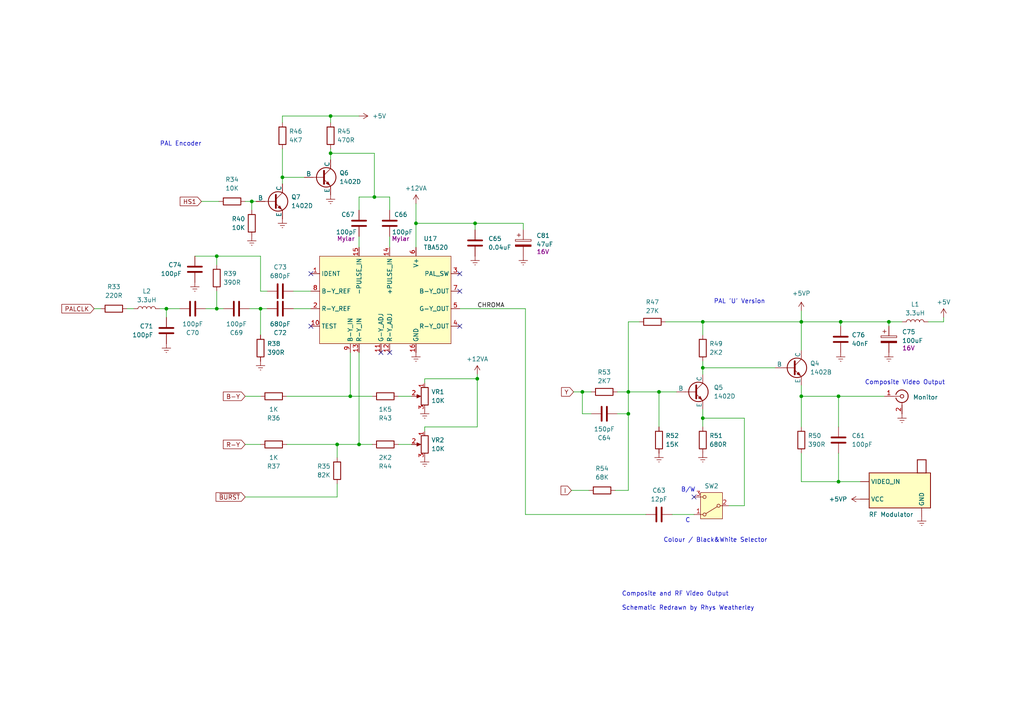
<source format=kicad_sch>
(kicad_sch (version 20230121) (generator eeschema)
  (paper "A4")
  (title_block (title "VZ300 Computer") (date "1985") (rev "1"))
  (lib_symbols
    (symbol "Connector:Conn_Coaxial" (pin_names (offset 1.016) hide)
      (property "Reference" "J" (at 0.254 3.048 0))
      (property "Value" "Conn_Coaxial" (at 2.921 0 90))
      (symbol "Conn_Coaxial_0_1"
        (arc (start -1.778 -0.508) (mid 0.2311 -1.8066) (end 1.778 0) (stroke (width 0.254)))
        (polyline (pts (xy -2.54 0) (xy -0.508 0)))
        (polyline (pts (xy 0 -2.54) (xy 0 -1.778)))
        (circle (center 0 0) (radius 0.508) (stroke (width 0.2032)))
        (arc (start 1.778 0) (mid 0.2099 1.8101) (end -1.778 0.508) (stroke (width 0.254)))
      )
      (symbol "Conn_Coaxial_1_1"
        (pin passive line (at -5.08 0 0) (length 2.54) (name "In") (number "1"))
        (pin passive line (at 0 -5.08 90) (length 2.54) (name "Ext") (number "2"))
      )
    )
    (symbol "Device:C" (pin_numbers hide) (pin_names (offset 0.254))
      (property "Reference" "C" (at 0.635 2.54 0))
      (property "Value" "C" (at 0.635 -2.54 0))
      (symbol "C_0_1"
        (polyline (pts (xy -2.032 -0.762) (xy 2.032 -0.762)) (stroke (width 0.508)))
        (polyline (pts (xy -2.032 0.762) (xy 2.032 0.762)) (stroke (width 0.508)))
      )
      (symbol "C_1_1"
        (pin passive line (at 0 3.81 270) (length 2.794) (name "~") (number "1"))
        (pin passive line (at 0 -3.81 90) (length 2.794) (name "~") (number "2"))
      )
    )
    (symbol "Device:C_Polarized" (pin_numbers hide) (pin_names (offset 0.254))
      (property "Reference" "C" (at 0.635 2.54 0))
      (property "Value" "C_Polarized" (at 0.635 -2.54 0))
      (symbol "C_Polarized_0_1"
        (rectangle (start -2.286 0.508) (end 2.286 1.016))
        (polyline (pts (xy -1.778 2.286) (xy -0.762 2.286)))
        (polyline (pts (xy -1.27 2.794) (xy -1.27 1.778)))
        (rectangle (start 2.286 -0.508) (end -2.286 -1.016) (fill (type outline)))
      )
      (symbol "C_Polarized_1_1"
        (pin passive line (at 0 3.81 270) (length 2.794) (name "~") (number "1"))
        (pin passive line (at 0 -3.81 90) (length 2.794) (name "~") (number "2"))
      )
    )
    (symbol "Device:L" (pin_numbers hide) (pin_names (offset 1.016) hide)
      (property "Reference" "L" (at -1.27 0 90))
      (property "Value" "L" (at 1.905 0 90))
      (symbol "L_0_1"
        (arc (start 0 -2.54) (mid 0.6323 -1.905) (end 0 -1.27))
        (arc (start 0 -1.27) (mid 0.6323 -0.635) (end 0 0))
        (arc (start 0 0) (mid 0.6323 0.635) (end 0 1.27))
        (arc (start 0 1.27) (mid 0.6323 1.905) (end 0 2.54))
      )
      (symbol "L_1_1"
        (pin passive line (at 0 3.81 270) (length 1.27) (name "1") (number "1"))
        (pin passive line (at 0 -3.81 90) (length 1.27) (name "2") (number "2"))
      )
    )
    (symbol "Device:R" (pin_numbers hide) (pin_names (offset 0))
      (property "Reference" "R" (at 2.032 0 90))
      (property "Value" "R" (at 0 0 90))
      (symbol "R_0_1"
        (rectangle (start -1.016 -2.54) (end 1.016 2.54) (stroke (width 0.254)))
      )
      (symbol "R_1_1"
        (pin passive line (at 0 3.81 270) (length 1.27) (name "~") (number "1"))
        (pin passive line (at 0 -3.81 90) (length 1.27) (name "~") (number "2"))
      )
    )
    (symbol "Device:R_Potentiometer" (pin_names (offset 1.016) hide)
      (property "Reference" "RV" (at -4.445 0 90))
      (property "Value" "R_Potentiometer" (at -2.54 0 90))
      (symbol "R_Potentiometer_0_1"
        (polyline (pts (xy 2.54 0) (xy 1.524 0)))
        (polyline (pts (xy 1.143 0) (xy 2.286 0.508) (xy 2.286 -0.508) (xy 1.143 0)) (fill (type outline)))
        (rectangle (start 1.016 2.54) (end -1.016 -2.54) (stroke (width 0.254)))
      )
      (symbol "R_Potentiometer_1_1"
        (pin passive line (at 0 3.81 270) (length 1.27) (name "1") (number "1"))
        (pin passive line (at 3.81 0 180) (length 1.27) (name "2") (number "2"))
        (pin passive line (at 0 -3.81 90) (length 1.27) (name "3") (number "3"))
      )
    )
    (symbol "PAL_Encoder_TBA520:TBA520"
      (property "Reference" "U" (at 12.7 2.54 0))
      (property "Value" "TBA520" (at 15.24 0 0))
      (symbol "TBA520_1_1"
        (rectangle (start -19.05 -2.54) (end 19.05 -27.94) (fill (type background)))
        (pin input line (at -21.59 -7.62 0) (length 2.54) (name "IDENT") (number "1"))
        (pin input line (at -21.59 -22.86 0) (length 2.54) (name "TEST") (number "10"))
        (pin input line (at -1.27 -30.48 90) (length 2.54) (name "G-Y_ADJ") (number "11"))
        (pin input line (at 1.27 -30.48 90) (length 2.54) (name "R-Y_ADJ") (number "12"))
        (pin input line (at -7.62 -30.48 90) (length 2.54) (name "R-Y_IN") (number "13"))
        (pin input line (at 1.27 0 270) (length 2.54) (name "+PULSE_IN") (number "14"))
        (pin input line (at -7.62 0 270) (length 2.54) (name "-PULSE_IN") (number "15"))
        (pin power_in line (at 8.89 -30.48 90) (length 2.54) (name "GND") (number "16"))
        (pin input line (at -21.59 -17.78 0) (length 2.54) (name "R-Y_REF") (number "2"))
        (pin output line (at 21.59 -7.62 180) (length 2.54) (name "PAL_SW") (number "3"))
        (pin output line (at 21.59 -22.86 180) (length 2.54) (name "R-Y_OUT") (number "4"))
        (pin output line (at 21.59 -17.78 180) (length 2.54) (name "G-Y_OUT") (number "5"))
        (pin power_in line (at 8.89 0 270) (length 2.54) (name "V+") (number "6"))
        (pin output line (at 21.59 -12.7 180) (length 2.54) (name "B-Y_OUT") (number "7"))
        (pin input line (at -21.59 -12.7 0) (length 2.54) (name "B-Y_REF") (number "8"))
        (pin input line (at -10.16 -30.48 90) (length 2.54) (name "B-Y_IN") (number "9"))
      )
    )
    (symbol "Simulation_SPICE:NPN" (pin_numbers hide) (pin_names (offset 0))
      (property "Reference" "Q" (at -2.54 7.62 0))
      (property "Value" "NPN" (at -2.54 5.08 0))
      (symbol "NPN_0_1"
        (polyline (pts (xy -2.54 0) (xy 0.635 0)) (stroke (width 0.1524)))
        (polyline (pts (xy 0.635 0.635) (xy 2.54 2.54)))
        (polyline (pts (xy 2.794 -1.27) (xy 2.794 -1.27)) (stroke (width 0.1524)))
        (polyline (pts (xy 2.794 -1.27) (xy 2.794 -1.27)) (stroke (width 0.1524)))
        (polyline (pts (xy 0.635 -0.635) (xy 2.54 -2.54) (xy 2.54 -2.54)))
        (polyline (pts (xy 0.635 1.905) (xy 0.635 -1.905) (xy 0.635 -1.905)) (stroke (width 0.508)))
        (polyline (pts (xy 1.27 -1.778) (xy 1.778 -1.27) (xy 2.286 -2.286) (xy 1.27 -1.778) (xy 1.27 -1.778)) (fill (type outline)))
        (circle (center 1.27 0) (radius 2.8194) (stroke (width 0.254)))
      )
      (symbol "NPN_1_1"
        (pin open_collector line (at 2.54 5.08 270) (length 2.54) (name "C") (number "1"))
        (pin input line (at -5.08 0 0) (length 2.54) (name "B") (number "2"))
        (pin open_emitter line (at 2.54 -5.08 90) (length 2.54) (name "E") (number "3"))
      )
    )
    (symbol "Switch:SW_SPDT" (pin_names (offset 0) hide)
      (property "Reference" "SW" (at 0 5.08 0))
      (property "Value" "SW_SPDT" (at 0 -5.08 0))
      (symbol "SW_SPDT_0_1"
        (circle (center -2.032 0) (radius 0.4572))
        (polyline (pts (xy -1.651 0.254) (xy 1.651 2.286)))
        (circle (center 2.032 -2.54) (radius 0.4572))
        (circle (center 2.032 2.54) (radius 0.4572))
      )
      (symbol "SW_SPDT_1_1"
        (rectangle (start -3.175 3.81) (end 3.175 -3.81) (fill (type background)))
        (pin passive line (at 5.08 2.54 180) (length 2.54) (name "A") (number "1"))
        (pin passive line (at -5.08 0 0) (length 2.54) (name "B") (number "2"))
        (pin passive line (at 5.08 -2.54 180) (length 2.54) (name "C") (number "3"))
      )
    )
    (symbol "VTech:RF_Modulator"
      (property "Reference" "U" (at 0 0 0))
      (symbol "RF_Modulator_1_1"
        (rectangle (start -8.89 -1.27) (end 8.89 -11.43) (stroke (width 0.25)) (fill (type background)))
        (rectangle (start 5.08 2.54) (end 7.62 -1.27) (stroke (width 0.25)))
        (pin input line (at 6.35 -13.97 90) (length 2.54) (name "GND") (number ""))
        (pin input line (at -11.43 -8.89 0) (length 2.54) (name "VCC") (number ""))
        (pin input line (at -11.43 -3.81 0) (length 2.54) (name "VIDEO_IN") (number ""))
      )
    )
    (symbol "power:+12VA" (power) (pin_names (offset 0))
      (property "Value" "+12VA" (at 0 3.556 0))
      (symbol "+12VA_0_1"
        (polyline (pts (xy -0.762 1.27) (xy 0 2.54)))
        (polyline (pts (xy 0 0) (xy 0 2.54)))
        (polyline (pts (xy 0 2.54) (xy 0.762 1.27)))
      )
      (symbol "+12VA_1_1"
        (pin power_in line (at 0 0 90) (length 0) hide (name "+12VA") (number "1"))
      )
    )
    (symbol "power:+5V" (power) (pin_names (offset 0))
      (property "Value" "+5V" (at 0 3.556 0))
      (symbol "+5V_0_1"
        (polyline (pts (xy -0.762 1.27) (xy 0 2.54)))
        (polyline (pts (xy 0 0) (xy 0 2.54)))
        (polyline (pts (xy 0 2.54) (xy 0.762 1.27)))
      )
      (symbol "+5V_1_1"
        (pin power_in line (at 0 0 90) (length 0) hide (name "+5V") (number "1"))
      )
    )
    (symbol "power:+5VP" (power) (pin_names (offset 0))
      (property "Value" "+5VP" (at 0 3.556 0))
      (symbol "+5VP_0_1"
        (polyline (pts (xy -0.762 1.27) (xy 0 2.54)))
        (polyline (pts (xy 0 0) (xy 0 2.54)))
        (polyline (pts (xy 0 2.54) (xy 0.762 1.27)))
      )
      (symbol "+5VP_1_1"
        (pin power_in line (at 0 0 90) (length 0) hide (name "+5VP") (number "1"))
      )
    )
    (symbol "power:Earth" (power) (pin_names (offset 0))
      (symbol "Earth_0_1"
        (polyline (pts (xy -0.635 -1.905) (xy 0.635 -1.905)))
        (polyline (pts (xy -0.127 -2.54) (xy 0.127 -2.54)))
        (polyline (pts (xy 0 -1.27) (xy 0 0)))
        (polyline (pts (xy 1.27 -1.27) (xy -1.27 -1.27)))
      )
      (symbol "Earth_1_1"
        (pin power_in line (at 0 0 270) (length 0) hide (name "Earth") (number "1"))
      )
    )
  )
  (junction (at 120.65 64.77))
  (junction (at 191.135 113.665))
  (junction (at 73.025 58.42))
  (junction (at 101.6 114.935))
  (junction (at 62.865 89.535))
  (junction (at 81.915 51.435))
  (junction (at 243.205 114.935))
  (junction (at 138.43 109.855))
  (junction (at 182.245 113.665))
  (junction (at 168.91 113.665))
  (junction (at 203.835 93.345))
  (junction (at 203.835 121.285))
  (junction (at 95.885 33.655))
  (junction (at 62.865 74.295))
  (junction (at 75.565 89.535))
  (junction (at 137.795 64.77))
  (junction (at 182.245 120.015))
  (junction (at 95.885 44.45))
  (junction (at 257.81 93.345))
  (junction (at 48.26 89.535))
  (junction (at 243.205 139.7))
  (junction (at 232.41 93.345))
  (junction (at 97.79 128.905))
  (junction (at 108.585 57.15))
  (junction (at 203.835 106.68))
  (junction (at 243.84 93.345))
  (junction (at 104.14 128.905))
  (junction (at 232.41 114.935))
  (no_connect (at 133.35 94.615))
  (no_connect (at 113.03 102.235))
  (no_connect (at 90.17 94.615))
  (no_connect (at 110.49 102.235))
  (no_connect (at 90.17 79.375))
  (no_connect (at 133.35 84.455))
  (no_connect (at 133.35 79.375))
  (no_connect (at 201.295 144.145))
  (wire (pts (xy 104.14 57.15) (xy 104.14 60.96)))
  (wire (pts (xy 243.205 131.445) (xy 243.205 139.7)))
  (wire (pts (xy 95.885 44.45) (xy 95.885 46.355)))
  (wire (pts (xy 85.09 84.455) (xy 90.17 84.455)))
  (wire (pts (xy 101.6 114.935) (xy 107.95 114.935)))
  (wire (pts (xy 62.865 74.295) (xy 62.865 76.835)))
  (wire (pts (xy 97.79 128.905) (xy 104.14 128.905)))
  (wire (pts (xy 83.185 128.905) (xy 97.79 128.905)))
  (wire (pts (xy 168.91 113.665) (xy 171.45 113.665)))
  (wire (pts (xy 137.795 66.675) (xy 137.795 64.77)))
  (wire (pts (xy 182.245 113.665) (xy 191.135 113.665)))
  (wire (pts (xy 182.245 120.015) (xy 182.245 113.665)))
  (wire (pts (xy 232.41 101.6) (xy 232.41 93.345)))
  (wire (pts (xy 77.47 84.455) (xy 75.565 84.455)))
  (wire (pts (xy 133.35 89.535) (xy 152.4 89.535)))
  (wire (pts (xy 62.865 89.535) (xy 64.77 89.535)))
  (wire (pts (xy 104.14 68.58) (xy 104.14 71.755)))
  (wire (pts (xy 83.185 114.935) (xy 101.6 114.935)))
  (wire (pts (xy 113.03 68.58) (xy 113.03 71.755)))
  (wire (pts (xy 123.19 123.825) (xy 123.19 125.095)))
  (wire (pts (xy 179.07 113.665) (xy 182.245 113.665)))
  (wire (pts (xy 179.07 120.015) (xy 182.245 120.015)))
  (wire (pts (xy 59.69 89.535) (xy 62.865 89.535)))
  (wire (pts (xy 211.455 146.685) (xy 215.9 146.685)))
  (wire (pts (xy 113.03 57.15) (xy 108.585 57.15)))
  (wire (pts (xy 115.57 114.935) (xy 119.38 114.935)))
  (wire (pts (xy 203.835 121.285) (xy 215.9 121.285)))
  (wire (pts (xy 171.45 120.015) (xy 168.91 120.015)))
  (wire (pts (xy 123.19 111.125) (xy 123.19 109.855)))
  (wire (pts (xy 52.07 89.535) (xy 48.26 89.535)))
  (wire (pts (xy 36.83 89.535) (xy 38.735 89.535)))
  (wire (pts (xy 95.885 33.655) (xy 95.885 35.56)))
  (wire (pts (xy 75.565 74.295) (xy 62.865 74.295)))
  (wire (pts (xy 75.565 89.535) (xy 75.565 97.155)))
  (wire (pts (xy 243.205 123.825) (xy 243.205 114.935)))
  (wire (pts (xy 75.565 89.535) (xy 77.47 89.535)))
  (wire (pts (xy 81.915 51.435) (xy 81.915 53.34)))
  (wire (pts (xy 243.84 93.345) (xy 257.81 93.345)))
  (wire (pts (xy 243.84 93.345) (xy 243.84 94.615)))
  (wire (pts (xy 165.735 142.24) (xy 170.815 142.24)))
  (wire (pts (xy 138.43 108.585) (xy 138.43 109.855)))
  (wire (pts (xy 85.09 89.535) (xy 90.17 89.535)))
  (wire (pts (xy 71.12 114.935) (xy 75.565 114.935)))
  (wire (pts (xy 62.865 84.455) (xy 62.865 89.535)))
  (wire (pts (xy 104.14 102.235) (xy 104.14 128.905)))
  (wire (pts (xy 191.135 113.665) (xy 196.215 113.665)))
  (wire (pts (xy 232.41 111.76) (xy 232.41 114.935)))
  (wire (pts (xy 194.945 149.225) (xy 201.295 149.225)))
  (wire (pts (xy 73.025 58.42) (xy 73.025 60.96)))
  (wire (pts (xy 138.43 123.825) (xy 123.19 123.825)))
  (wire (pts (xy 185.42 93.345) (xy 182.245 93.345)))
  (wire (pts (xy 257.81 93.345) (xy 257.81 94.615)))
  (wire (pts (xy 81.915 51.435) (xy 88.265 51.435)))
  (wire (pts (xy 95.885 43.18) (xy 95.885 44.45)))
  (wire (pts (xy 120.65 64.77) (xy 120.65 71.755)))
  (wire (pts (xy 97.79 128.905) (xy 97.79 132.715)))
  (wire (pts (xy 138.43 109.855) (xy 138.43 123.825)))
  (wire (pts (xy 73.025 58.42) (xy 74.295 58.42)))
  (wire (pts (xy 120.65 59.055) (xy 120.65 64.77)))
  (wire (pts (xy 243.205 139.7) (xy 249.555 139.7)))
  (wire (pts (xy 232.41 93.345) (xy 203.835 93.345)))
  (wire (pts (xy 113.03 60.96) (xy 113.03 57.15)))
  (wire (pts (xy 182.245 93.345) (xy 182.245 113.665)))
  (wire (pts (xy 71.12 58.42) (xy 73.025 58.42)))
  (wire (pts (xy 46.355 89.535) (xy 48.26 89.535)))
  (wire (pts (xy 152.4 149.225) (xy 187.325 149.225)))
  (wire (pts (xy 97.79 144.145) (xy 97.79 140.335)))
  (wire (pts (xy 115.57 128.905) (xy 119.38 128.905)))
  (wire (pts (xy 108.585 57.15) (xy 108.585 44.45)))
  (wire (pts (xy 203.835 97.155) (xy 203.835 93.345)))
  (wire (pts (xy 81.915 43.18) (xy 81.915 51.435)))
  (wire (pts (xy 203.835 106.68) (xy 203.835 108.585)))
  (wire (pts (xy 75.565 84.455) (xy 75.565 74.295)))
  (wire (pts (xy 269.24 93.345) (xy 273.685 93.345)))
  (wire (pts (xy 203.835 104.775) (xy 203.835 106.68)))
  (wire (pts (xy 101.6 102.235) (xy 101.6 114.935)))
  (wire (pts (xy 71.12 144.145) (xy 97.79 144.145)))
  (wire (pts (xy 137.795 64.77) (xy 120.65 64.77)))
  (wire (pts (xy 58.42 58.42) (xy 63.5 58.42)))
  (wire (pts (xy 108.585 44.45) (xy 95.885 44.45)))
  (wire (pts (xy 232.41 90.17) (xy 232.41 93.345)))
  (wire (pts (xy 151.765 66.675) (xy 151.765 64.77)))
  (wire (pts (xy 152.4 149.225) (xy 152.4 89.535)))
  (wire (pts (xy 151.765 64.77) (xy 137.795 64.77)))
  (wire (pts (xy 182.245 120.015) (xy 182.245 142.24)))
  (wire (pts (xy 95.885 33.655) (xy 104.14 33.655)))
  (wire (pts (xy 71.12 128.905) (xy 75.565 128.905)))
  (wire (pts (xy 178.435 142.24) (xy 182.245 142.24)))
  (wire (pts (xy 191.135 113.665) (xy 191.135 123.825)))
  (wire (pts (xy 81.915 33.655) (xy 95.885 33.655)))
  (wire (pts (xy 27.305 89.535) (xy 29.21 89.535)))
  (wire (pts (xy 243.205 114.935) (xy 256.54 114.935)))
  (wire (pts (xy 257.81 93.345) (xy 261.62 93.345)))
  (wire (pts (xy 232.41 139.7) (xy 232.41 131.445)))
  (wire (pts (xy 232.41 114.935) (xy 243.205 114.935)))
  (wire (pts (xy 232.41 114.935) (xy 232.41 123.825)))
  (wire (pts (xy 108.585 57.15) (xy 104.14 57.15)))
  (wire (pts (xy 203.835 118.745) (xy 203.835 121.285)))
  (wire (pts (xy 193.04 93.345) (xy 203.835 93.345)))
  (wire (pts (xy 56.515 74.295) (xy 62.865 74.295)))
  (wire (pts (xy 81.915 35.56) (xy 81.915 33.655)))
  (wire (pts (xy 203.835 106.68) (xy 224.79 106.68)))
  (wire (pts (xy 123.19 109.855) (xy 138.43 109.855)))
  (wire (pts (xy 273.685 93.345) (xy 273.685 92.075)))
  (wire (pts (xy 168.91 120.015) (xy 168.91 113.665)))
  (wire (pts (xy 48.26 89.535) (xy 48.26 92.075)))
  (wire (pts (xy 72.39 89.535) (xy 75.565 89.535)))
  (wire (pts (xy 203.835 121.285) (xy 203.835 123.825)))
  (wire (pts (xy 243.205 139.7) (xy 232.41 139.7)))
  (wire (pts (xy 104.14 128.905) (xy 107.95 128.905)))
  (wire (pts (xy 215.9 121.285) (xy 215.9 146.685)))
  (wire (pts (xy 166.37 113.665) (xy 168.91 113.665)))
  (wire (pts (xy 232.41 93.345) (xy 243.84 93.345)))
  (text "PAL Encoder" (at 46.355 42.545 0) (effects (font (size 1.27 1.27)) (justify left bottom)))
  (text "Colour / Black&White Selector" (at 192.405 157.48 0) (effects (font (size 1.27 1.27)) (justify left bottom)))
  (text "PAL 'U' Version" (at 207.01 88.265 0) (effects (font (size 1.27 1.27)) (justify left bottom)))
  (text "C" (at 198.755 151.765 0) (effects (font (size 1.27 1.27)) (justify left bottom)))
  (text "B/W" (at 197.485 142.875 0) (effects (font (size 1.27 1.27)) (justify left bottom)))
  (text "Composite and RF Video Output\n\nSchematic Redrawn by Rhys Weatherley" (at 180.34 177.165 0) (effects (font (size 1.27 1.27)) (justify left bottom)))
  (text "Composite Video Output" (at 250.825 111.76 0) (effects (font (size 1.27 1.27)) (justify left bottom)))
  (label "CHROMA" (at 138.43 89.535 0))
  (global_label "HS1" (shape input) (at 58.42 58.42 180) (property "Intersheetrefs" "${INTERSHEET_REFS}" (effects hide)))
  (global_label "I" (shape input) (at 165.735 142.24 180) (property "Intersheetrefs" "${INTERSHEET_REFS}" (effects hide)))
  (global_label "B-Y" (shape input) (at 71.12 114.935 180) (property "Intersheetrefs" "${INTERSHEET_REFS}" (effects hide)))
  (global_label "~{BURST}" (shape input) (at 71.12 144.145 180) (property "Intersheetrefs" "${INTERSHEET_REFS}" (effects hide)))
  (global_label "R-Y" (shape input) (at 71.12 128.905 180) (property "Intersheetrefs" "${INTERSHEET_REFS}" (effects hide)))
  (global_label "PALCLK" (shape input) (at 27.305 89.535 180) (property "Intersheetrefs" "${INTERSHEET_REFS}" (effects hide)))
  (global_label "Y" (shape input) (at 166.37 113.665 180) (property "Intersheetrefs" "${INTERSHEET_REFS}" (effects hide)))
  (symbol (lib_id "Device:R") (at 79.375 128.905 90) (mirror x) (unit 1)
    (property "Reference" "R37" (at 79.375 135.255 90))
    (property "Value" "1K" (at 79.375 132.715 90))
    (property "Footprint" "Resistor_THT:R_Axial_DIN0207_L6.3mm_D2.5mm_P7.62mm_Horizontal" (effects hide))
  )
  (symbol (lib_id "Device:C") (at 48.26 95.885 0) (mirror y) (unit 1)
    (property "Reference" "C71" (at 44.45 94.615 0) (effects (justify left)))
    (property "Value" "100pF" (at 44.45 97.155 0) (effects (justify left)))
  )
  (symbol (lib_id "power:+5V") (at 273.685 92.075 0) (unit 1)
    (property "Reference" "#PWR091" (effects hide))
    (property "Value" "+5V" (at 273.685 87.63 0))
  )
  (symbol (lib_id "Device:C_Polarized") (at 257.81 98.425 0) (unit 1)
    (property "Reference" "C75" (at 261.62 96.266 0) (effects (justify left)))
    (property "Value" "100uF" (at 261.62 98.806 0) (effects (justify left)))
    (property "Rating" "16V" (at 263.525 100.965 0))
  )
  (symbol (lib_id "Device:R") (at 203.835 100.965 0) (unit 1)
    (property "Reference" "R49" (at 205.74 99.695 0) (effects (justify left)))
    (property "Value" "2K2" (at 205.74 102.235 0) (effects (justify left)))
    (property "Footprint" "Resistor_THT:R_Axial_DIN0207_L6.3mm_D2.5mm_P7.62mm_Horizontal" (effects hide))
  )
  (symbol (lib_id "Device:R") (at 97.79 136.525 0) (mirror y) (unit 1)
    (property "Reference" "R35" (at 95.885 135.255 0) (effects (justify left)))
    (property "Value" "82K" (at 95.885 137.795 0) (effects (justify left)))
    (property "Footprint" "Resistor_THT:R_Axial_DIN0207_L6.3mm_D2.5mm_P7.62mm_Horizontal" (effects hide))
  )
  (symbol (lib_id "power:+12VA") (at 120.65 59.055 0) (unit 1)
    (property "Reference" "#PWR079" (effects hide))
    (property "Value" "+12VA" (at 120.65 54.61 0))
  )
  (symbol (lib_id "power:+5VP") (at 232.41 90.17 0) (unit 1)
    (property "Reference" "#PWR090" (effects hide))
    (property "Value" "+5VP" (at 232.41 85.09 0))
  )
  (symbol (lib_id "power:Earth") (at 75.565 104.775 0) (mirror y) (unit 1)
    (property "Reference" "#PWR075" (effects hide))
    (property "Value" "Earth" (effects hide))
  )
  (symbol (lib_id "Device:C") (at 104.14 64.77 0) (mirror y) (unit 1)
    (property "Reference" "C67" (at 102.87 62.23 0) (effects (justify left)))
    (property "Value" "100pF" (at 103.505 67.31 0) (effects (justify left)))
    (property "Type" "Mylar" (at 100.33 69.215 0))
  )
  (symbol (lib_id "Device:R") (at 191.135 127.635 0) (unit 1)
    (property "Reference" "R52" (at 193.04 126.365 0) (effects (justify left)))
    (property "Value" "15K" (at 193.04 128.905 0) (effects (justify left)))
    (property "Footprint" "Resistor_THT:R_Axial_DIN0207_L6.3mm_D2.5mm_P7.62mm_Horizontal" (effects hide))
  )
  (symbol (lib_id "power:Earth") (at 56.515 81.915 0) (mirror y) (unit 1)
    (property "Reference" "#PWR073" (effects hide))
    (property "Value" "Earth" (effects hide))
  )
  (symbol (lib_id "Device:R") (at 75.565 100.965 0) (unit 1)
    (property "Reference" "R38" (at 77.47 99.695 0) (effects (justify left)))
    (property "Value" "390R" (at 77.47 102.235 0) (effects (justify left)))
    (property "Footprint" "Resistor_THT:R_Axial_DIN0207_L6.3mm_D2.5mm_P7.62mm_Horizontal" (effects hide))
  )
  (symbol (lib_id "Device:R") (at 79.375 114.935 90) (mirror x) (unit 1)
    (property "Reference" "R36" (at 79.375 121.285 90))
    (property "Value" "1K" (at 79.375 118.745 90))
    (property "Footprint" "Resistor_THT:R_Axial_DIN0207_L6.3mm_D2.5mm_P7.62mm_Horizontal" (effects hide))
  )
  (symbol (lib_id "Device:L") (at 42.545 89.535 90) (unit 1)
    (property "Reference" "L2" (at 42.545 84.455 90))
    (property "Value" "3.3uH" (at 42.545 86.995 90))
  )
  (symbol (lib_id "Device:C") (at 243.84 98.425 0) (unit 1)
    (property "Reference" "C76" (at 247.015 97.155 0) (effects (justify left)))
    (property "Value" "40nF" (at 247.015 99.695 0) (effects (justify left)))
  )
  (symbol (lib_id "VTech:RF_Modulator") (at 260.985 135.89 0) (unit 1)
    (property "Reference" "U900" (effects hide))
    (property "Value" "RF Modulator" (at 258.445 149.225 0))
  )
  (symbol (lib_id "Simulation_SPICE:NPN") (at 201.295 113.665 0) (unit 1)
    (property "Reference" "Q5" (at 207.01 112.395 0) (effects (justify left)))
    (property "Value" "1402D" (at 207.01 114.935 0) (effects (justify left)))
    (property "Footprint" "Package_TO_SOT_THT:TO-92_Inline_Wide" (effects hide))
    (property "Sim.Device" "NPN" (effects hide))
    (property "Sim.Type" "GUMMELPOON" (effects hide))
    (property "Sim.Pins" "1=C 2=B 3=E" (effects hide))
  )
  (symbol (lib_id "Device:C_Polarized") (at 151.765 70.485 0) (unit 1)
    (property "Reference" "C81" (at 155.575 68.326 0) (effects (justify left)))
    (property "Value" "47uF" (at 155.575 70.866 0) (effects (justify left)))
    (property "Rating" "16V" (at 157.48 73.025 0))
  )
  (symbol (lib_id "Device:R") (at 111.76 114.935 90) (mirror x) (unit 1)
    (property "Reference" "R43" (at 111.76 121.285 90))
    (property "Value" "1K5" (at 111.76 118.745 90))
    (property "Footprint" "Resistor_THT:R_Axial_DIN0207_L6.3mm_D2.5mm_P7.62mm_Horizontal" (effects hide))
  )
  (symbol (lib_id "power:Earth") (at 257.81 102.235 0) (unit 1)
    (property "Reference" "#PWR088" (effects hide))
    (property "Value" "Earth" (effects hide))
  )
  (symbol (lib_id "power:Earth") (at 151.765 74.295 0) (unit 1)
    (property "Reference" "#PWR085" (effects hide))
    (property "Value" "Earth" (effects hide))
  )
  (symbol (lib_id "power:Earth") (at 123.19 118.745 0) (unit 1)
    (property "Reference" "#PWR081" (effects hide))
    (property "Value" "Earth" (effects hide))
  )
  (symbol (lib_id "Device:C") (at 81.28 84.455 90) (unit 1)
    (property "Reference" "C73" (at 81.28 77.47 90))
    (property "Value" "680pF" (at 81.28 80.01 90))
  )
  (symbol (lib_id "Device:R") (at 81.915 39.37 0) (unit 1)
    (property "Reference" "R46" (at 83.82 38.1 0) (effects (justify left)))
    (property "Value" "4K7" (at 83.82 40.64 0) (effects (justify left)))
    (property "Footprint" "Resistor_THT:R_Axial_DIN0207_L6.3mm_D2.5mm_P7.62mm_Horizontal" (effects hide))
  )
  (symbol (lib_id "Device:C") (at 175.26 120.015 90) (mirror x) (unit 1)
    (property "Reference" "C64" (at 175.26 127 90))
    (property "Value" "150pF" (at 175.26 124.46 90))
  )
  (symbol (lib_id "Switch:SW_SPDT") (at 206.375 146.685 180) (unit 1)
    (property "Reference" "SW2" (at 206.375 140.97 0))
    (property "Value" "SW_SPDT" (effects hide))
    (property "Footprint" "Connector_PinHeader_2.54mm:PinHeader_1x03_P2.54mm_Vertical" (effects hide))
  )
  (symbol (lib_id "power:Earth") (at 81.915 63.5 0) (unit 1)
    (property "Reference" "#PWR076" (effects hide))
    (property "Value" "Earth" (effects hide))
  )
  (symbol (lib_id "Device:R") (at 174.625 142.24 90) (unit 1)
    (property "Reference" "R54" (at 174.625 135.89 90))
    (property "Value" "68K" (at 174.625 138.43 90))
    (property "Footprint" "Resistor_THT:R_Axial_DIN0207_L6.3mm_D2.5mm_P7.62mm_Horizontal" (effects hide))
  )
  (symbol (lib_id "Device:R") (at 189.23 93.345 90) (unit 1)
    (property "Reference" "R47" (at 189.23 87.63 90))
    (property "Value" "27K" (at 189.23 90.17 90))
    (property "Footprint" "Resistor_THT:R_Axial_DIN0207_L6.3mm_D2.5mm_P7.62mm_Horizontal" (effects hide))
  )
  (symbol (lib_id "power:Earth") (at 48.26 99.695 0) (mirror y) (unit 1)
    (property "Reference" "#PWR072" (effects hide))
    (property "Value" "Earth" (effects hide))
  )
  (symbol (lib_id "Device:R") (at 73.025 64.77 0) (mirror y) (unit 1)
    (property "Reference" "R40" (at 71.12 63.5 0) (effects (justify left)))
    (property "Value" "10K" (at 71.12 66.04 0) (effects (justify left)))
    (property "Footprint" "Resistor_THT:R_Axial_DIN0207_L6.3mm_D2.5mm_P7.62mm_Horizontal" (effects hide))
  )
  (symbol (lib_id "Device:R") (at 203.835 127.635 0) (unit 1)
    (property "Reference" "R51" (at 205.74 126.365 0) (effects (justify left)))
    (property "Value" "680R" (at 205.74 128.905 0) (effects (justify left)))
    (property "Footprint" "Resistor_THT:R_Axial_DIN0207_L6.3mm_D2.5mm_P7.62mm_Horizontal" (effects hide))
  )
  (symbol (lib_id "Device:R") (at 95.885 39.37 0) (unit 1)
    (property "Reference" "R45" (at 97.79 38.1 0) (effects (justify left)))
    (property "Value" "470R" (at 97.79 40.64 0) (effects (justify left)))
    (property "Footprint" "Resistor_THT:R_Axial_DIN0207_L6.3mm_D2.5mm_P7.62mm_Horizontal" (effects hide))
  )
  (symbol (lib_id "power:Earth") (at 73.025 68.58 0) (unit 1)
    (property "Reference" "#PWR074" (effects hide))
    (property "Value" "Earth" (effects hide))
  )
  (symbol (lib_id "Simulation_SPICE:NPN") (at 229.87 106.68 0) (unit 1)
    (property "Reference" "Q4" (at 234.95 105.41 0) (effects (justify left)))
    (property "Value" "1402B" (at 234.95 107.95 0) (effects (justify left)))
    (property "Footprint" "Package_TO_SOT_THT:TO-92_Inline_Wide" (effects hide))
    (property "Sim.Device" "NPN" (effects hide))
    (property "Sim.Type" "GUMMELPOON" (effects hide))
    (property "Sim.Pins" "1=C 2=B 3=E" (effects hide))
  )
  (symbol (lib_id "Device:R") (at 62.865 80.645 0) (unit 1)
    (property "Reference" "R39" (at 64.77 79.375 0) (effects (justify left)))
    (property "Value" "390R" (at 64.77 81.915 0) (effects (justify left)))
    (property "Footprint" "Resistor_THT:R_Axial_DIN0207_L6.3mm_D2.5mm_P7.62mm_Horizontal" (effects hide))
  )
  (symbol (lib_id "Device:R") (at 232.41 127.635 180) (unit 1)
    (property "Reference" "R50" (at 234.315 126.365 0) (effects (justify right)))
    (property "Value" "390R" (at 234.315 128.905 0) (effects (justify right)))
    (property "Footprint" "Resistor_THT:R_Axial_DIN0207_L6.3mm_D2.5mm_P7.62mm_Horizontal" (effects hide))
  )
  (symbol (lib_id "Device:L") (at 265.43 93.345 90) (unit 1)
    (property "Reference" "L1" (at 265.43 88.265 90))
    (property "Value" "3.3uH" (at 265.43 90.805 90))
  )
  (symbol (lib_id "Device:R") (at 67.31 58.42 90) (unit 1)
    (property "Reference" "R34" (at 67.31 52.07 90))
    (property "Value" "10K" (at 67.31 54.61 90))
    (property "Footprint" "Resistor_THT:R_Axial_DIN0207_L6.3mm_D2.5mm_P7.62mm_Horizontal" (effects hide))
  )
  (symbol (lib_id "power:Earth") (at 123.19 132.715 0) (unit 1)
    (property "Reference" "#PWR082" (effects hide))
    (property "Value" "Earth" (effects hide))
  )
  (symbol (lib_id "Simulation_SPICE:NPN") (at 79.375 58.42 0) (unit 1)
    (property "Reference" "Q7" (at 84.455 57.15 0) (effects (justify left)))
    (property "Value" "1402D" (at 84.455 59.69 0) (effects (justify left)))
    (property "Footprint" "Package_TO_SOT_THT:TO-92_Inline_Wide" (effects hide))
    (property "Sim.Device" "NPN" (effects hide))
    (property "Sim.Type" "GUMMELPOON" (effects hide))
    (property "Sim.Pins" "1=C 2=B 3=E" (effects hide))
  )
  (symbol (lib_id "power:Earth") (at 120.65 102.235 0) (unit 1)
    (property "Reference" "#PWR080" (effects hide))
    (property "Value" "Earth" (effects hide))
  )
  (symbol (lib_id "power:+5VP") (at 249.555 144.78 90) (unit 1)
    (property "Reference" "#PWR092" (effects hide))
    (property "Value" "+5VP" (at 245.745 144.78 90) (effects (justify left)))
  )
  (symbol (lib_id "power:Earth") (at 261.62 120.015 0) (unit 1)
    (property "Reference" "#PWR093" (effects hide))
    (property "Value" "Earth" (effects hide))
  )
  (symbol (lib_id "Device:R") (at 33.02 89.535 90) (unit 1)
    (property "Reference" "R33" (at 33.02 83.185 90))
    (property "Value" "220R" (at 33.02 85.725 90))
    (property "Footprint" "Resistor_THT:R_Axial_DIN0207_L6.3mm_D2.5mm_P7.62mm_Horizontal" (effects hide))
  )
  (symbol (lib_id "Device:C") (at 191.135 149.225 90) (unit 1)
    (property "Reference" "C63" (at 191.135 142.24 90))
    (property "Value" "12pF" (at 191.135 144.78 90))
  )
  (symbol (lib_id "power:Earth") (at 95.885 56.515 0) (unit 1)
    (property "Reference" "#PWR077" (effects hide))
    (property "Value" "Earth" (effects hide))
  )
  (symbol (lib_id "Connector:Conn_Coaxial") (at 261.62 114.935 0) (unit 1)
    (property "Reference" "J902" (effects hide))
    (property "Value" "Monitor" (at 264.795 115.2282 0) (effects (justify left)))
    (property "Datasheet" " ~" (effects hide))
  )
  (symbol (lib_id "PAL_Encoder_TBA520:TBA520") (at 111.76 71.755 0) (unit 1)
    (property "Reference" "U17" (at 122.8441 69.215 0) (effects (justify left)))
    (property "Value" "TBA520" (at 122.8441 71.755 0) (effects (justify left)))
    (property "Footprint" "Package_DIP:DIP-16_W7.62mm_Socket" (effects hide))
  )
  (symbol (lib_id "Device:R") (at 111.76 128.905 90) (mirror x) (unit 1)
    (property "Reference" "R44" (at 111.76 135.255 90))
    (property "Value" "2K2" (at 111.76 132.715 90))
    (property "Footprint" "Resistor_THT:R_Axial_DIN0207_L6.3mm_D2.5mm_P7.62mm_Horizontal" (effects hide))
  )
  (symbol (lib_id "power:Earth") (at 267.335 149.86 0) (unit 1)
    (property "Reference" "#PWR095" (effects hide))
    (property "Value" "Earth" (effects hide))
  )
  (symbol (lib_id "Device:C") (at 68.58 89.535 90) (mirror x) (unit 1)
    (property "Reference" "C69" (at 68.58 96.52 90))
    (property "Value" "100pF" (at 68.58 93.98 90))
  )
  (symbol (lib_id "Device:C") (at 137.795 70.485 0) (unit 1)
    (property "Reference" "C65" (at 141.605 69.215 0) (effects (justify left)))
    (property "Value" "0.04uF" (at 141.605 71.755 0) (effects (justify left)))
  )
  (symbol (lib_id "Device:C") (at 243.205 127.635 0) (unit 1)
    (property "Reference" "C61" (at 247.015 126.365 0) (effects (justify left)))
    (property "Value" "100pF" (at 247.015 128.905 0) (effects (justify left)))
  )
  (symbol (lib_id "power:Earth") (at 203.835 131.445 0) (unit 1)
    (property "Reference" "#PWR089" (effects hide))
    (property "Value" "Earth" (effects hide))
  )
  (symbol (lib_id "Device:C") (at 113.03 64.77 0) (unit 1)
    (property "Reference" "C66" (at 114.3 62.23 0) (effects (justify left)))
    (property "Value" "100pF" (at 113.665 67.31 0) (effects (justify left)))
    (property "Type" "Mylar" (at 116.205 69.215 0))
  )
  (symbol (lib_id "power:Earth") (at 191.135 131.445 0) (unit 1)
    (property "Reference" "#PWR087" (effects hide))
    (property "Value" "Earth" (effects hide))
  )
  (symbol (lib_id "Device:R_Potentiometer") (at 123.19 114.935 0) (mirror y) (unit 1)
    (property "Reference" "VR1" (at 125.095 113.665 0) (effects (justify right)))
    (property "Value" "10K" (at 125.095 116.205 0) (effects (justify right)))
  )
  (symbol (lib_id "power:+12VA") (at 138.43 108.585 0) (unit 1)
    (property "Reference" "#PWR084" (effects hide))
    (property "Value" "+12VA" (at 138.43 104.14 0))
  )
  (symbol (lib_id "Simulation_SPICE:NPN") (at 93.345 51.435 0) (unit 1)
    (property "Reference" "Q6" (at 98.425 50.165 0) (effects (justify left)))
    (property "Value" "1402D" (at 98.425 52.705 0) (effects (justify left)))
    (property "Footprint" "Package_TO_SOT_THT:TO-92_Inline_Wide" (effects hide))
    (property "Sim.Device" "NPN" (effects hide))
    (property "Sim.Type" "GUMMELPOON" (effects hide))
    (property "Sim.Pins" "1=C 2=B 3=E" (effects hide))
  )
  (symbol (lib_id "Device:R_Potentiometer") (at 123.19 128.905 0) (mirror y) (unit 1)
    (property "Reference" "VR2" (at 125.095 127.635 0) (effects (justify right)))
    (property "Value" "10K" (at 125.095 130.175 0) (effects (justify right)))
  )
  (symbol (lib_id "power:Earth") (at 243.84 102.235 0) (unit 1)
    (property "Reference" "#PWR094" (effects hide))
    (property "Value" "Earth" (effects hide))
  )
  (symbol (lib_id "Device:C") (at 56.515 78.105 0) (mirror y) (unit 1)
    (property "Reference" "C74" (at 52.705 76.835 0) (effects (justify left)))
    (property "Value" "100pF" (at 52.705 79.375 0) (effects (justify left)))
  )
  (symbol (lib_id "power:Earth") (at 137.795 74.295 0) (unit 1)
    (property "Reference" "#PWR083" (effects hide))
    (property "Value" "Earth" (effects hide))
  )
  (symbol (lib_id "Device:C") (at 55.88 89.535 90) (mirror x) (unit 1)
    (property "Reference" "C70" (at 55.88 96.52 90))
    (property "Value" "100pF" (at 55.88 93.98 90))
  )
  (symbol (lib_id "Device:C") (at 81.28 89.535 90) (mirror x) (unit 1)
    (property "Reference" "C72" (at 81.28 96.52 90))
    (property "Value" "680pF" (at 81.28 93.98 90))
  )
  (symbol (lib_id "power:+5V") (at 104.14 33.655 270) (unit 1)
    (property "Reference" "#PWR078" (effects hide))
    (property "Value" "+5V" (at 107.95 33.655 90) (effects (justify left)))
  )
  (symbol (lib_id "Device:R") (at 175.26 113.665 90) (unit 1)
    (property "Reference" "R53" (at 175.26 107.95 90))
    (property "Value" "2K7" (at 175.26 110.49 90))
    (property "Footprint" "Resistor_THT:R_Axial_DIN0207_L6.3mm_D2.5mm_P7.62mm_Horizontal" (effects hide))
  )
)
</source>
